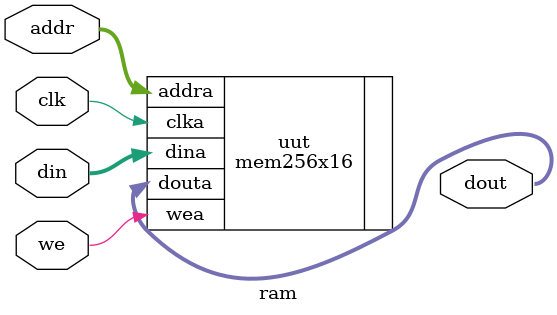
<source format=v>
`timescale 1ns / 1ps
module ram(clk, we, addr, din, dout);

	// Initialize inputs and outputs 
   input          clk;       
   input          we;      
   input  [ 7:0]  addr;       
   input  [15:0]  din;       
   output [15:0]  dout;     

   // Call the instance of memory using Xilinx CoreGen IP
   mem256x16 uut(
     .clka(clk) ,     // input clka
     .wea(we) ,       // input  [ 0 : 0] wea
     .addra(addr) ,   // input  [ 7 : 0] addra
     .dina(din) ,     // input  [15 : 0] dina
     .douta(dout)     // output [15 : 0] douta
   );

endmodule // end of ram module
</source>
